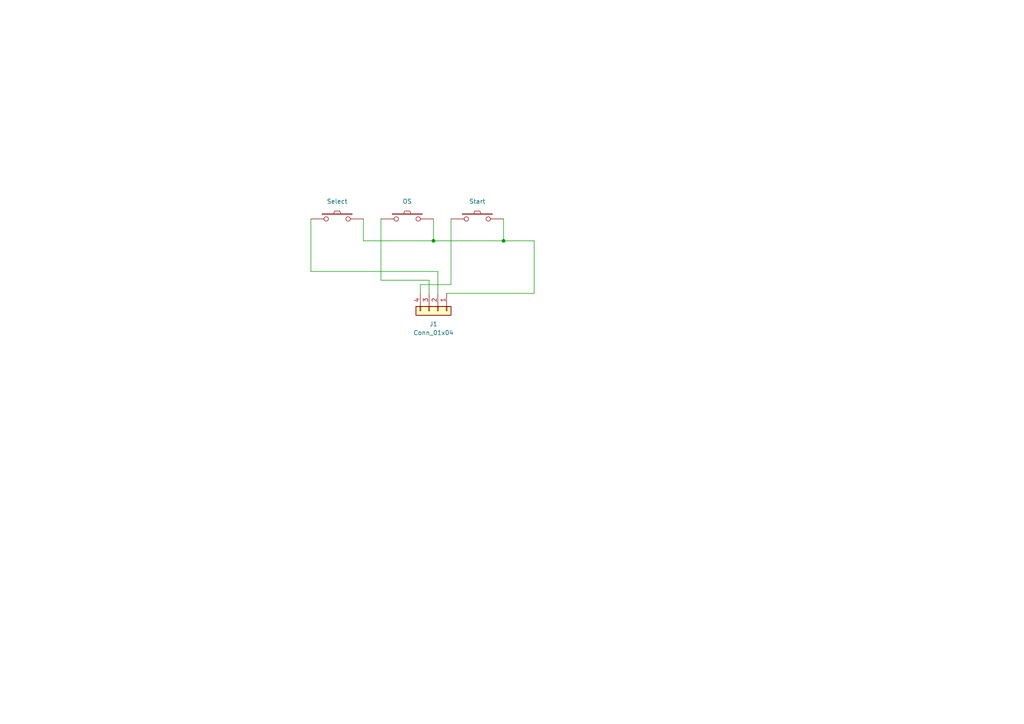
<source format=kicad_sch>
(kicad_sch (version 20211123) (generator eeschema)
  (paper "A4")
  (lib_symbols
    (symbol "Connector_Generic:Conn_01x04" (pin_names (offset 1.016) hide)
      (property "Reference" "J" (at 0 5.08 0))
      (property "Value" "Conn_01x04" (at 0 -7.62 0))
      (symbol "Conn_01x04_1_1"
        (rectangle (start -1.27 -4.953) (end 0 -5.207) (stroke (width 0.1524)))
        (rectangle (start -1.27 -2.413) (end 0 -2.667) (stroke (width 0.1524)))
        (rectangle (start -1.27 0.127) (end 0 -0.127) (stroke (width 0.1524)))
        (rectangle (start -1.27 2.667) (end 0 2.413) (stroke (width 0.1524)))
        (rectangle (start -1.27 3.81) (end 1.27 -6.35) (stroke (width 0.254)) (fill (type background)))
        (pin passive line (at -5.08 2.54 0) (length 3.81) (name "Pin_1") (number "1"))
        (pin passive line (at -5.08 0 0) (length 3.81) (name "Pin_2") (number "2"))
        (pin passive line (at -5.08 -2.54 0) (length 3.81) (name "Pin_3") (number "3"))
        (pin passive line (at -5.08 -5.08 0) (length 3.81) (name "Pin_4") (number "4"))
      )
    )
    (symbol "keyboard_parts:SW_PUSH" (pin_numbers hide) (pin_names (offset 1.016) hide)
      (property "Reference" "SW" (at 3.81 2.794 0))
      (property "Value" "SW_PUSH" (at 0 -2.032 0))
      (symbol "SW_PUSH_0_1"
        (rectangle (start -4.318 1.27) (end 4.318 1.524))
        (polyline (pts (xy -1.016 1.524) (xy -0.762 2.286) (xy 0.762 2.286) (xy 1.016 1.524)))
        (pin passive inverted (at -7.62 0 0) (length 5.08) (name "1") (number "1"))
        (pin passive inverted (at 7.62 0 180) (length 5.08) (name "2") (number "2"))
      )
    )
  )
  (junction (at 125.73 69.85))
  (junction (at 146.05 69.85))
  (wire (pts (xy 125.73 69.85) (xy 146.05 69.85)))
  (wire (pts (xy 146.05 69.85) (xy 154.94 69.85)))
  (wire (pts (xy 90.17 78.74) (xy 127 78.74)))
  (wire (pts (xy 154.94 69.85) (xy 154.94 85.09)))
  (wire (pts (xy 110.49 63.5) (xy 110.49 81.28)))
  (wire (pts (xy 90.17 63.5) (xy 90.17 78.74)))
  (wire (pts (xy 105.41 69.85) (xy 125.73 69.85)))
  (wire (pts (xy 124.46 81.28) (xy 124.46 85.09)))
  (wire (pts (xy 154.94 85.09) (xy 129.54 85.09)))
  (wire (pts (xy 130.81 63.5) (xy 130.81 82.55)))
  (wire (pts (xy 110.49 81.28) (xy 124.46 81.28)))
  (wire (pts (xy 127 78.74) (xy 127 85.09)))
  (wire (pts (xy 146.05 69.85) (xy 146.05 63.5)))
  (wire (pts (xy 121.92 82.55) (xy 121.92 85.09)))
  (wire (pts (xy 105.41 63.5) (xy 105.41 69.85)))
  (wire (pts (xy 130.81 82.55) (xy 121.92 82.55)))
  (wire (pts (xy 125.73 69.85) (xy 125.73 63.5)))
  (symbol (lib_id "keyboard_parts:SW_PUSH") (at 118.11 63.5 0) (unit 1)
    (property "Reference" "SW2" (effects hide))
    (property "Value" "OS" (at 118.11 58.42 0))
    (property "Footprint" "Button_Switch_THT:SW_PUSH_6mm_H5mm" (effects hide))
  )
  (symbol (lib_id "Connector_Generic:Conn_01x04") (at 127 90.17 270) (unit 1)
    (property "Reference" "J1" (at 125.73 93.98 90))
    (property "Value" "Conn_01x04" (at 125.73 96.52 90))
    (property "Footprint" "Connector_JST:JST_PH_S4B-PH-K_1x04_P2.00mm_Horizontal" (effects hide))
  )
  (symbol (lib_id "keyboard_parts:SW_PUSH") (at 138.43 63.5 0) (unit 1)
    (property "Reference" "SW3" (effects hide))
    (property "Value" "Start" (at 138.43 58.42 0))
    (property "Footprint" "Button_Switch_THT:SW_PUSH_6mm_H5mm" (effects hide))
  )
  (symbol (lib_id "keyboard_parts:SW_PUSH") (at 97.79 63.5 0) (unit 1)
    (property "Reference" "SW1" (effects hide))
    (property "Value" "Select" (at 97.79 58.42 0))
    (property "Footprint" "Button_Switch_THT:SW_PUSH_6mm_H5mm" (effects hide))
  )
)
</source>
